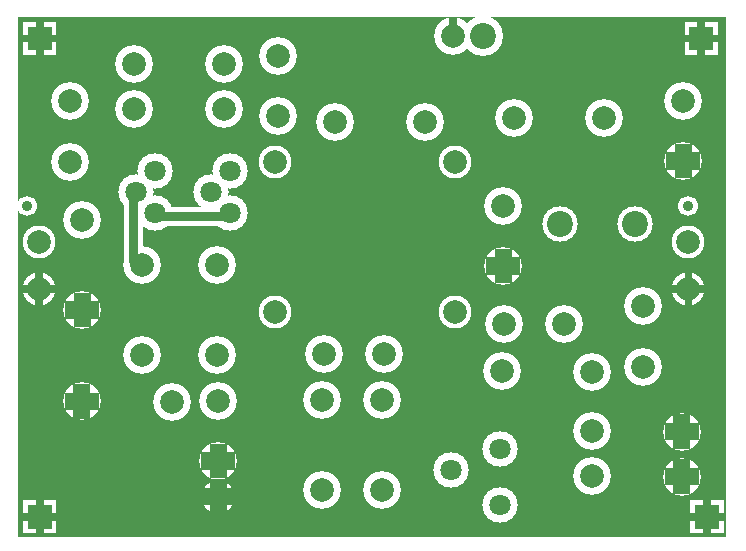
<source format=gbr>
%FSLAX34Y34*%
%MOMM*%
%LNCOPPER_TOP*%
G71*
G01*
%ADD10C,2.800*%
%ADD11C,3.000*%
%ADD12C,3.200*%
%ADD13C,2.800*%
%ADD14C,3.000*%
%ADD15C,3.400*%
%ADD16C,1.600*%
%ADD17C,1.700*%
%ADD18C,1.467*%
%ADD19C,0.667*%
%ADD20C,0.895*%
%ADD21C,2.000*%
%ADD22C,1.800*%
%ADD23C,2.000*%
%ADD24C,2.200*%
%ADD25C,0.800*%
%ADD26C,0.900*%
%LPD*%
G36*
X-217850Y249650D02*
X382150Y249650D01*
X382150Y-190350D01*
X-217850Y-190350D01*
X-217850Y249650D01*
G37*
%LPC*%
X0Y127000D02*
G54D10*
D03*
X152400Y127000D02*
G54D10*
D03*
X0Y0D02*
G54D10*
D03*
X152400Y0D02*
G54D10*
D03*
X-101600Y119000D02*
G54D11*
D03*
X-117500Y101425D02*
G54D11*
D03*
X-101565Y83809D02*
G54D11*
D03*
X-38100Y119000D02*
G54D11*
D03*
X-54000Y101425D02*
G54D11*
D03*
X-38065Y83809D02*
G54D11*
D03*
X-112371Y-36625D02*
G54D12*
D03*
X-112321Y39625D02*
G54D12*
D03*
X-48871Y-36625D02*
G54D12*
D03*
X-48821Y39625D02*
G54D12*
D03*
X190500Y-115950D02*
G54D11*
D03*
X149200Y-133525D02*
G54D11*
D03*
X190535Y-163841D02*
G54D11*
D03*
X-48219Y-75341D02*
G54D12*
D03*
X-48107Y-126322D02*
G54D12*
D03*
X-163660Y-75856D02*
G54D12*
D03*
X-87410Y-75906D02*
G54D12*
D03*
X-163171Y1475D02*
G54D12*
D03*
X-163121Y77725D02*
G54D12*
D03*
X-119210Y209894D02*
G54D12*
D03*
X-42960Y209844D02*
G54D12*
D03*
X-119210Y171794D02*
G54D12*
D03*
X-42960Y171744D02*
G54D12*
D03*
X2581Y216759D02*
G54D12*
D03*
X2693Y165778D02*
G54D12*
D03*
X50380Y160954D02*
G54D12*
D03*
X126630Y160904D02*
G54D12*
D03*
X193081Y89759D02*
G54D12*
D03*
X193193Y38778D02*
G54D12*
D03*
X92572Y-35426D02*
G54D12*
D03*
X41591Y-35539D02*
G54D12*
D03*
X268140Y-101256D02*
G54D12*
D03*
X344390Y-101306D02*
G54D12*
D03*
X90829Y-150925D02*
G54D12*
D03*
X90879Y-74675D02*
G54D12*
D03*
X40029Y-150925D02*
G54D12*
D03*
X40079Y-74675D02*
G54D12*
D03*
X191940Y-50456D02*
G54D12*
D03*
X268190Y-50506D02*
G54D12*
D03*
X268140Y-139356D02*
G54D12*
D03*
X344390Y-139406D02*
G54D12*
D03*
X244972Y-10026D02*
G54D12*
D03*
X193991Y-10139D02*
G54D12*
D03*
X345481Y178659D02*
G54D12*
D03*
X345593Y127678D02*
G54D12*
D03*
X193193Y38778D02*
G54D13*
D03*
X40029Y-150925D02*
G54D13*
D03*
X344390Y-101306D02*
G54D13*
D03*
X344390Y-101306D02*
G54D13*
D03*
X344390Y-139406D02*
G54D13*
D03*
X241300Y74550D02*
G54D14*
D03*
X304800Y74550D02*
G54D14*
D03*
X345593Y127678D02*
G54D13*
D03*
X202472Y163783D02*
G54D12*
D03*
X278722Y163733D02*
G54D12*
D03*
X278722Y163733D02*
G54D12*
D03*
X-163660Y-75856D02*
G54D13*
D03*
X-163171Y1475D02*
G54D13*
D03*
X-173319Y178159D02*
G54D12*
D03*
X-173207Y127178D02*
G54D12*
D03*
X150475Y233175D02*
G54D12*
D03*
X175975Y233175D02*
G54D15*
D03*
G54D16*
X-112321Y39625D02*
X-114300Y36450D01*
X-120650Y42800D01*
X-120650Y99950D01*
X-117500Y101425D01*
G54D16*
X-38065Y83809D02*
X-38100Y80900D01*
X-101600Y80900D01*
X-101565Y83809D01*
X-48107Y-126322D02*
G54D13*
D03*
G36*
X346726Y245487D02*
X374726Y245487D01*
X374726Y217487D01*
X346726Y217487D01*
X346726Y245487D01*
G37*
X-48107Y-156322D02*
G54D13*
D03*
X-199971Y59075D02*
G54D10*
D03*
X-199971Y19075D02*
G54D10*
D03*
X311781Y4659D02*
G54D12*
D03*
X311893Y-46322D02*
G54D12*
D03*
X311893Y-46322D02*
G54D13*
D03*
X350029Y59075D02*
G54D10*
D03*
X350029Y19075D02*
G54D10*
D03*
X-210000Y90000D02*
G54D17*
D03*
X350000Y90000D02*
G54D17*
D03*
G36*
X-213274Y245487D02*
X-185274Y245487D01*
X-185274Y217487D01*
X-213274Y217487D01*
X-213274Y245487D01*
G37*
G36*
X-213274Y-159513D02*
X-185274Y-159513D01*
X-185274Y-187513D01*
X-213274Y-187513D01*
X-213274Y-159513D01*
G37*
G36*
X351726Y-159513D02*
X379726Y-159513D01*
X379726Y-187513D01*
X351726Y-187513D01*
X351726Y-159513D01*
G37*
%LPD*%
G54D18*
G36*
X185860Y38778D02*
X185860Y53278D01*
X200527Y53278D01*
X200527Y38778D01*
X185860Y38778D01*
G37*
G36*
X193193Y46112D02*
X207693Y46112D01*
X207693Y31445D01*
X193193Y31445D01*
X193193Y46112D01*
G37*
G36*
X200527Y38778D02*
X200527Y24278D01*
X185860Y24278D01*
X185860Y38778D01*
X200527Y38778D01*
G37*
G36*
X193193Y31445D02*
X178693Y31445D01*
X178693Y46112D01*
X193193Y46112D01*
X193193Y31445D01*
G37*
G54D18*
G36*
X337057Y-101306D02*
X337057Y-86806D01*
X351723Y-86806D01*
X351723Y-101306D01*
X337057Y-101306D01*
G37*
G36*
X344390Y-93972D02*
X358890Y-93972D01*
X358890Y-108639D01*
X344390Y-108639D01*
X344390Y-93972D01*
G37*
G36*
X351723Y-101306D02*
X351723Y-115806D01*
X337057Y-115806D01*
X337057Y-101306D01*
X351723Y-101306D01*
G37*
G36*
X344390Y-108639D02*
X329890Y-108639D01*
X329890Y-93972D01*
X344390Y-93972D01*
X344390Y-108639D01*
G37*
G54D18*
G36*
X337057Y-101306D02*
X337057Y-86806D01*
X351723Y-86806D01*
X351723Y-101306D01*
X337057Y-101306D01*
G37*
G36*
X344390Y-93972D02*
X358890Y-93972D01*
X358890Y-108639D01*
X344390Y-108639D01*
X344390Y-93972D01*
G37*
G36*
X351723Y-101306D02*
X351723Y-115806D01*
X337057Y-115806D01*
X337057Y-101306D01*
X351723Y-101306D01*
G37*
G36*
X344390Y-108639D02*
X329890Y-108639D01*
X329890Y-93972D01*
X344390Y-93972D01*
X344390Y-108639D01*
G37*
G54D18*
G36*
X337057Y-139406D02*
X337057Y-124906D01*
X351723Y-124906D01*
X351723Y-139406D01*
X337057Y-139406D01*
G37*
G36*
X344390Y-132072D02*
X358890Y-132072D01*
X358890Y-146739D01*
X344390Y-146739D01*
X344390Y-132072D01*
G37*
G36*
X351723Y-139406D02*
X351723Y-153906D01*
X337057Y-153906D01*
X337057Y-139406D01*
X351723Y-139406D01*
G37*
G36*
X344390Y-146739D02*
X329890Y-146739D01*
X329890Y-132072D01*
X344390Y-132072D01*
X344390Y-146739D01*
G37*
G54D18*
G36*
X338260Y127678D02*
X338260Y142178D01*
X352927Y142178D01*
X352927Y127678D01*
X338260Y127678D01*
G37*
G36*
X345593Y135012D02*
X360093Y135012D01*
X360093Y120345D01*
X345593Y120345D01*
X345593Y135012D01*
G37*
G36*
X352927Y127678D02*
X352927Y113178D01*
X338260Y113178D01*
X338260Y127678D01*
X352927Y127678D01*
G37*
G36*
X345593Y120345D02*
X331093Y120345D01*
X331093Y135012D01*
X345593Y135012D01*
X345593Y120345D01*
G37*
G54D18*
G36*
X-170993Y-75856D02*
X-170993Y-61356D01*
X-156327Y-61356D01*
X-156327Y-75856D01*
X-170993Y-75856D01*
G37*
G36*
X-163660Y-68522D02*
X-149160Y-68522D01*
X-149160Y-83189D01*
X-163660Y-83189D01*
X-163660Y-68522D01*
G37*
G36*
X-156327Y-75856D02*
X-156327Y-90356D01*
X-170993Y-90356D01*
X-170993Y-75856D01*
X-156327Y-75856D01*
G37*
G36*
X-163660Y-83189D02*
X-178160Y-83189D01*
X-178160Y-68522D01*
X-163660Y-68522D01*
X-163660Y-83189D01*
G37*
G54D18*
G36*
X-170504Y1475D02*
X-170504Y15975D01*
X-155838Y15975D01*
X-155838Y1475D01*
X-170504Y1475D01*
G37*
G36*
X-163171Y8808D02*
X-148671Y8808D01*
X-148671Y-5858D01*
X-163171Y-5858D01*
X-163171Y8808D01*
G37*
G36*
X-155838Y1475D02*
X-155838Y-13025D01*
X-170504Y-13025D01*
X-170504Y1475D01*
X-155838Y1475D01*
G37*
G36*
X-163171Y-5858D02*
X-177671Y-5858D01*
X-177671Y8808D01*
X-163171Y8808D01*
X-163171Y-5858D01*
G37*
G54D19*
G36*
X147142Y233175D02*
X147142Y249675D01*
X153808Y249675D01*
X153808Y233175D01*
X147142Y233175D01*
G37*
G54D20*
G54D18*
G36*
X-55440Y-126322D02*
X-55440Y-111822D01*
X-40773Y-111822D01*
X-40773Y-126322D01*
X-55440Y-126322D01*
G37*
G36*
X-48107Y-118988D02*
X-33607Y-118988D01*
X-33607Y-133655D01*
X-48107Y-133655D01*
X-48107Y-118988D01*
G37*
G36*
X-40773Y-126322D02*
X-40773Y-140822D01*
X-55440Y-140822D01*
X-55440Y-126322D01*
X-40773Y-126322D01*
G37*
G36*
X-48107Y-133655D02*
X-62607Y-133655D01*
X-62607Y-118988D01*
X-48107Y-118988D01*
X-48107Y-133655D01*
G37*
G54D19*
G36*
X357393Y231487D02*
X357393Y245987D01*
X364059Y245987D01*
X364059Y231487D01*
X357393Y231487D01*
G37*
G36*
X360726Y234820D02*
X375226Y234820D01*
X375226Y228154D01*
X360726Y228154D01*
X360726Y234820D01*
G37*
G36*
X364059Y231487D02*
X364059Y216987D01*
X357393Y216987D01*
X357393Y231487D01*
X364059Y231487D01*
G37*
G36*
X360726Y228154D02*
X346226Y228154D01*
X346226Y234820D01*
X360726Y234820D01*
X360726Y228154D01*
G37*
G54D18*
G36*
X-55440Y-156322D02*
X-55440Y-141822D01*
X-40773Y-141822D01*
X-40773Y-156322D01*
X-55440Y-156322D01*
G37*
G36*
X-48107Y-148988D02*
X-33607Y-148988D01*
X-33607Y-163655D01*
X-48107Y-163655D01*
X-48107Y-148988D01*
G37*
G36*
X-40773Y-156322D02*
X-40773Y-170822D01*
X-55440Y-170822D01*
X-55440Y-156322D01*
X-40773Y-156322D01*
G37*
G36*
X-48107Y-163655D02*
X-62607Y-163655D01*
X-62607Y-148988D01*
X-48107Y-148988D01*
X-48107Y-163655D01*
G37*
G54D19*
G36*
X-203304Y19075D02*
X-203304Y33575D01*
X-196638Y33575D01*
X-196638Y19075D01*
X-203304Y19075D01*
G37*
G36*
X-199971Y22408D02*
X-185471Y22408D01*
X-185471Y15742D01*
X-199971Y15742D01*
X-199971Y22408D01*
G37*
G36*
X-196638Y19075D02*
X-196638Y4575D01*
X-203304Y4575D01*
X-203304Y19075D01*
X-196638Y19075D01*
G37*
G36*
X-199971Y15742D02*
X-214471Y15742D01*
X-214471Y22408D01*
X-199971Y22408D01*
X-199971Y15742D01*
G37*
G54D19*
G36*
X346696Y19075D02*
X346696Y33575D01*
X353362Y33575D01*
X353362Y19075D01*
X346696Y19075D01*
G37*
G36*
X350029Y22408D02*
X364529Y22408D01*
X364529Y15742D01*
X350029Y15742D01*
X350029Y22408D01*
G37*
G36*
X353362Y19075D02*
X353362Y4575D01*
X346696Y4575D01*
X346696Y19075D01*
X353362Y19075D01*
G37*
G36*
X350029Y15742D02*
X335529Y15742D01*
X335529Y22408D01*
X350029Y22408D01*
X350029Y15742D01*
G37*
G54D19*
G36*
X-202607Y231487D02*
X-202607Y245987D01*
X-195941Y245987D01*
X-195941Y231487D01*
X-202607Y231487D01*
G37*
G36*
X-199274Y234820D02*
X-184774Y234820D01*
X-184774Y228154D01*
X-199274Y228154D01*
X-199274Y234820D01*
G37*
G36*
X-195941Y231487D02*
X-195941Y216987D01*
X-202607Y216987D01*
X-202607Y231487D01*
X-195941Y231487D01*
G37*
G36*
X-199274Y228154D02*
X-213774Y228154D01*
X-213774Y234820D01*
X-199274Y234820D01*
X-199274Y228154D01*
G37*
G54D19*
G36*
X-202607Y-173513D02*
X-202607Y-159013D01*
X-195941Y-159013D01*
X-195941Y-173513D01*
X-202607Y-173513D01*
G37*
G36*
X-199274Y-170180D02*
X-184774Y-170180D01*
X-184774Y-176846D01*
X-199274Y-176846D01*
X-199274Y-170180D01*
G37*
G36*
X-195941Y-173513D02*
X-195941Y-188013D01*
X-202607Y-188013D01*
X-202607Y-173513D01*
X-195941Y-173513D01*
G37*
G36*
X-199274Y-176846D02*
X-213774Y-176846D01*
X-213774Y-170180D01*
X-199274Y-170180D01*
X-199274Y-176846D01*
G37*
G54D19*
G36*
X362393Y-173513D02*
X362393Y-159013D01*
X369059Y-159013D01*
X369059Y-173513D01*
X362393Y-173513D01*
G37*
G36*
X365726Y-170180D02*
X380226Y-170180D01*
X380226Y-176846D01*
X365726Y-176846D01*
X365726Y-170180D01*
G37*
G36*
X369059Y-173513D02*
X369059Y-188013D01*
X362393Y-188013D01*
X362393Y-173513D01*
X369059Y-173513D01*
G37*
G36*
X365726Y-176846D02*
X351226Y-176846D01*
X351226Y-170180D01*
X365726Y-170180D01*
X365726Y-176846D01*
G37*
X0Y127000D02*
G54D21*
D03*
X152400Y127000D02*
G54D21*
D03*
X0Y0D02*
G54D21*
D03*
X152400Y0D02*
G54D21*
D03*
X-101600Y119000D02*
G54D22*
D03*
X-117500Y101425D02*
G54D22*
D03*
X-101565Y83809D02*
G54D22*
D03*
X-38100Y119000D02*
G54D22*
D03*
X-54000Y101425D02*
G54D22*
D03*
X-38065Y83809D02*
G54D22*
D03*
X-112371Y-36625D02*
G54D21*
D03*
X-112321Y39625D02*
G54D21*
D03*
X-48871Y-36625D02*
G54D21*
D03*
X-48821Y39625D02*
G54D21*
D03*
X190500Y-115950D02*
G54D22*
D03*
X149200Y-133525D02*
G54D22*
D03*
X190535Y-163841D02*
G54D22*
D03*
X-48219Y-75341D02*
G54D21*
D03*
X-48107Y-126322D02*
G54D21*
D03*
X-163660Y-75856D02*
G54D21*
D03*
X-87410Y-75906D02*
G54D21*
D03*
X-163171Y1475D02*
G54D21*
D03*
X-163121Y77725D02*
G54D21*
D03*
X-119210Y209894D02*
G54D21*
D03*
X-42960Y209844D02*
G54D21*
D03*
X-119210Y171794D02*
G54D21*
D03*
X-42960Y171744D02*
G54D21*
D03*
X2581Y216759D02*
G54D21*
D03*
X2693Y165778D02*
G54D21*
D03*
X50380Y160954D02*
G54D21*
D03*
X126630Y160904D02*
G54D21*
D03*
X193081Y89759D02*
G54D21*
D03*
X193193Y38778D02*
G54D21*
D03*
X92572Y-35426D02*
G54D21*
D03*
X41591Y-35539D02*
G54D21*
D03*
X268140Y-101256D02*
G54D21*
D03*
X344390Y-101306D02*
G54D21*
D03*
X90829Y-150925D02*
G54D21*
D03*
X90879Y-74675D02*
G54D21*
D03*
X40029Y-150925D02*
G54D21*
D03*
X40079Y-74675D02*
G54D21*
D03*
X191940Y-50456D02*
G54D21*
D03*
X268190Y-50506D02*
G54D21*
D03*
X268140Y-139356D02*
G54D21*
D03*
X344390Y-139406D02*
G54D21*
D03*
X244972Y-10026D02*
G54D21*
D03*
X193991Y-10139D02*
G54D21*
D03*
X345481Y178659D02*
G54D21*
D03*
X345593Y127678D02*
G54D21*
D03*
X193193Y38778D02*
G54D23*
D03*
X40029Y-150925D02*
G54D23*
D03*
X344390Y-101306D02*
G54D23*
D03*
X344390Y-101306D02*
G54D23*
D03*
X344390Y-139406D02*
G54D23*
D03*
X241300Y74550D02*
G54D24*
D03*
X304800Y74550D02*
G54D24*
D03*
X345593Y127678D02*
G54D23*
D03*
X202472Y163783D02*
G54D21*
D03*
X278722Y163733D02*
G54D21*
D03*
X278722Y163733D02*
G54D21*
D03*
X-163660Y-75856D02*
G54D23*
D03*
X-163171Y1475D02*
G54D23*
D03*
X-173319Y178159D02*
G54D21*
D03*
X-173207Y127178D02*
G54D21*
D03*
X150475Y233175D02*
G54D21*
D03*
X175975Y233175D02*
G54D24*
D03*
G54D25*
X-112321Y39625D02*
X-114300Y36450D01*
X-120650Y42800D01*
X-120650Y99950D01*
X-117500Y101425D01*
G54D25*
X-38065Y83809D02*
X-38100Y80900D01*
X-101600Y80900D01*
X-101565Y83809D01*
X-48107Y-126322D02*
G54D23*
D03*
G36*
X350726Y241487D02*
X370726Y241487D01*
X370726Y221487D01*
X350726Y221487D01*
X350726Y241487D01*
G37*
X-48107Y-156322D02*
G54D23*
D03*
X-199971Y59075D02*
G54D21*
D03*
X-199971Y19075D02*
G54D21*
D03*
X311781Y4659D02*
G54D21*
D03*
X311893Y-46322D02*
G54D21*
D03*
X311893Y-46322D02*
G54D23*
D03*
X350029Y59075D02*
G54D21*
D03*
X350029Y19075D02*
G54D21*
D03*
X-210000Y90000D02*
G54D26*
D03*
X350000Y90000D02*
G54D26*
D03*
G36*
X-209274Y241487D02*
X-189274Y241487D01*
X-189274Y221487D01*
X-209274Y221487D01*
X-209274Y241487D01*
G37*
G36*
X-209274Y-163513D02*
X-189274Y-163513D01*
X-189274Y-183513D01*
X-209274Y-183513D01*
X-209274Y-163513D01*
G37*
G36*
X355726Y-163513D02*
X375726Y-163513D01*
X375726Y-183513D01*
X355726Y-183513D01*
X355726Y-163513D01*
G37*
M02*

</source>
